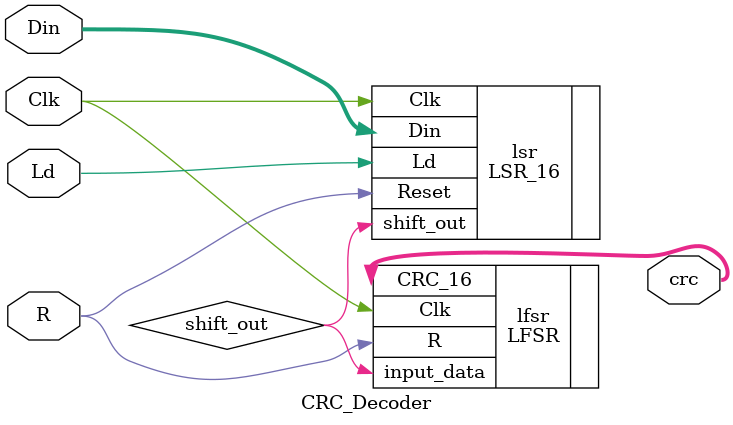
<source format=v>
`timescale 1ns / 1ps
module CRC_Decoder(input [19:0]Din,
    input Clk,
    input R,
    input Ld,
    output [15:0] crc);
    wire shift_out;
    LSR_16 lsr(.Din(Din), .Clk(Clk), .Reset(R), .Ld(Ld) , .shift_out(shift_out));
    LFSR lfsr(.R(R), .Clk(Clk), .input_data(shift_out), .CRC_16(crc));
endmodule

</source>
